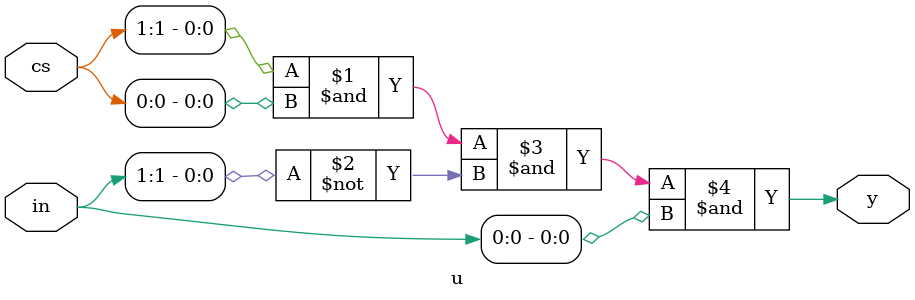
<source format=v>
module u(output y, input [1:0]cs, input [1:0]in);

assign y = (cs[1] & cs[0] & (~in[1]) & (in[0]));

endmodule

</source>
